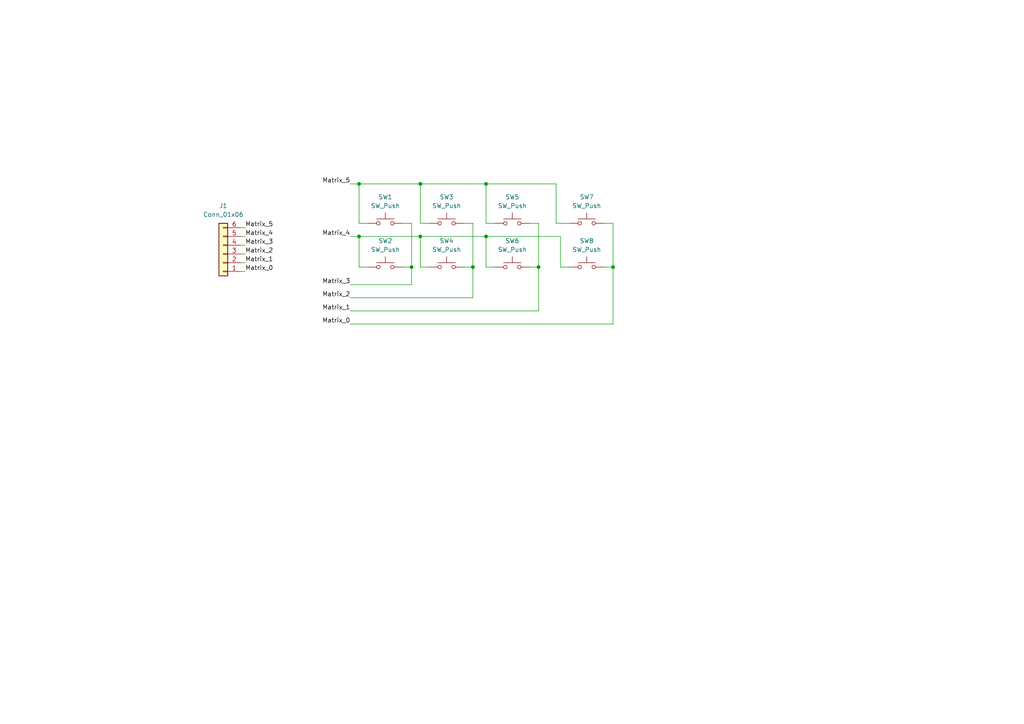
<source format=kicad_sch>
(kicad_sch
	(version 20250114)
	(generator "eeschema")
	(generator_version "9.0")
	(uuid "a302c8aa-20c9-488e-83e2-ac0ac2132f3d")
	(paper "A4")
	(lib_symbols
		(symbol "Connector_Generic:Conn_01x06"
			(pin_names
				(offset 1.016)
				(hide yes)
			)
			(exclude_from_sim no)
			(in_bom yes)
			(on_board yes)
			(property "Reference" "J"
				(at 0 7.62 0)
				(effects
					(font
						(size 1.27 1.27)
					)
				)
			)
			(property "Value" "Conn_01x06"
				(at 0 -10.16 0)
				(effects
					(font
						(size 1.27 1.27)
					)
				)
			)
			(property "Footprint" ""
				(at 0 0 0)
				(effects
					(font
						(size 1.27 1.27)
					)
					(hide yes)
				)
			)
			(property "Datasheet" "~"
				(at 0 0 0)
				(effects
					(font
						(size 1.27 1.27)
					)
					(hide yes)
				)
			)
			(property "Description" "Generic connector, single row, 01x06, script generated (kicad-library-utils/schlib/autogen/connector/)"
				(at 0 0 0)
				(effects
					(font
						(size 1.27 1.27)
					)
					(hide yes)
				)
			)
			(property "ki_keywords" "connector"
				(at 0 0 0)
				(effects
					(font
						(size 1.27 1.27)
					)
					(hide yes)
				)
			)
			(property "ki_fp_filters" "Connector*:*_1x??_*"
				(at 0 0 0)
				(effects
					(font
						(size 1.27 1.27)
					)
					(hide yes)
				)
			)
			(symbol "Conn_01x06_1_1"
				(rectangle
					(start -1.27 6.35)
					(end 1.27 -8.89)
					(stroke
						(width 0.254)
						(type default)
					)
					(fill
						(type background)
					)
				)
				(rectangle
					(start -1.27 5.207)
					(end 0 4.953)
					(stroke
						(width 0.1524)
						(type default)
					)
					(fill
						(type none)
					)
				)
				(rectangle
					(start -1.27 2.667)
					(end 0 2.413)
					(stroke
						(width 0.1524)
						(type default)
					)
					(fill
						(type none)
					)
				)
				(rectangle
					(start -1.27 0.127)
					(end 0 -0.127)
					(stroke
						(width 0.1524)
						(type default)
					)
					(fill
						(type none)
					)
				)
				(rectangle
					(start -1.27 -2.413)
					(end 0 -2.667)
					(stroke
						(width 0.1524)
						(type default)
					)
					(fill
						(type none)
					)
				)
				(rectangle
					(start -1.27 -4.953)
					(end 0 -5.207)
					(stroke
						(width 0.1524)
						(type default)
					)
					(fill
						(type none)
					)
				)
				(rectangle
					(start -1.27 -7.493)
					(end 0 -7.747)
					(stroke
						(width 0.1524)
						(type default)
					)
					(fill
						(type none)
					)
				)
				(pin passive line
					(at -5.08 5.08 0)
					(length 3.81)
					(name "Pin_1"
						(effects
							(font
								(size 1.27 1.27)
							)
						)
					)
					(number "1"
						(effects
							(font
								(size 1.27 1.27)
							)
						)
					)
				)
				(pin passive line
					(at -5.08 2.54 0)
					(length 3.81)
					(name "Pin_2"
						(effects
							(font
								(size 1.27 1.27)
							)
						)
					)
					(number "2"
						(effects
							(font
								(size 1.27 1.27)
							)
						)
					)
				)
				(pin passive line
					(at -5.08 0 0)
					(length 3.81)
					(name "Pin_3"
						(effects
							(font
								(size 1.27 1.27)
							)
						)
					)
					(number "3"
						(effects
							(font
								(size 1.27 1.27)
							)
						)
					)
				)
				(pin passive line
					(at -5.08 -2.54 0)
					(length 3.81)
					(name "Pin_4"
						(effects
							(font
								(size 1.27 1.27)
							)
						)
					)
					(number "4"
						(effects
							(font
								(size 1.27 1.27)
							)
						)
					)
				)
				(pin passive line
					(at -5.08 -5.08 0)
					(length 3.81)
					(name "Pin_5"
						(effects
							(font
								(size 1.27 1.27)
							)
						)
					)
					(number "5"
						(effects
							(font
								(size 1.27 1.27)
							)
						)
					)
				)
				(pin passive line
					(at -5.08 -7.62 0)
					(length 3.81)
					(name "Pin_6"
						(effects
							(font
								(size 1.27 1.27)
							)
						)
					)
					(number "6"
						(effects
							(font
								(size 1.27 1.27)
							)
						)
					)
				)
			)
			(embedded_fonts no)
		)
		(symbol "Switch:SW_Push"
			(pin_numbers
				(hide yes)
			)
			(pin_names
				(offset 1.016)
				(hide yes)
			)
			(exclude_from_sim no)
			(in_bom yes)
			(on_board yes)
			(property "Reference" "SW"
				(at 1.27 2.54 0)
				(effects
					(font
						(size 1.27 1.27)
					)
					(justify left)
				)
			)
			(property "Value" "SW_Push"
				(at 0 -1.524 0)
				(effects
					(font
						(size 1.27 1.27)
					)
				)
			)
			(property "Footprint" ""
				(at 0 5.08 0)
				(effects
					(font
						(size 1.27 1.27)
					)
					(hide yes)
				)
			)
			(property "Datasheet" "~"
				(at 0 5.08 0)
				(effects
					(font
						(size 1.27 1.27)
					)
					(hide yes)
				)
			)
			(property "Description" "Push button switch, generic, two pins"
				(at 0 0 0)
				(effects
					(font
						(size 1.27 1.27)
					)
					(hide yes)
				)
			)
			(property "ki_keywords" "switch normally-open pushbutton push-button"
				(at 0 0 0)
				(effects
					(font
						(size 1.27 1.27)
					)
					(hide yes)
				)
			)
			(symbol "SW_Push_0_1"
				(circle
					(center -2.032 0)
					(radius 0.508)
					(stroke
						(width 0)
						(type default)
					)
					(fill
						(type none)
					)
				)
				(polyline
					(pts
						(xy 0 1.27) (xy 0 3.048)
					)
					(stroke
						(width 0)
						(type default)
					)
					(fill
						(type none)
					)
				)
				(circle
					(center 2.032 0)
					(radius 0.508)
					(stroke
						(width 0)
						(type default)
					)
					(fill
						(type none)
					)
				)
				(polyline
					(pts
						(xy 2.54 1.27) (xy -2.54 1.27)
					)
					(stroke
						(width 0)
						(type default)
					)
					(fill
						(type none)
					)
				)
				(pin passive line
					(at -5.08 0 0)
					(length 2.54)
					(name "1"
						(effects
							(font
								(size 1.27 1.27)
							)
						)
					)
					(number "1"
						(effects
							(font
								(size 1.27 1.27)
							)
						)
					)
				)
				(pin passive line
					(at 5.08 0 180)
					(length 2.54)
					(name "2"
						(effects
							(font
								(size 1.27 1.27)
							)
						)
					)
					(number "2"
						(effects
							(font
								(size 1.27 1.27)
							)
						)
					)
				)
			)
			(embedded_fonts no)
		)
	)
	(junction
		(at 119.38 77.47)
		(diameter 0)
		(color 0 0 0 0)
		(uuid "0b57b647-bccc-46ff-8531-fdb82830e19c")
	)
	(junction
		(at 121.92 53.34)
		(diameter 0)
		(color 0 0 0 0)
		(uuid "1dc3ae0c-7cd3-4e5c-8b6d-c62736e5be3c")
	)
	(junction
		(at 140.97 68.58)
		(diameter 0)
		(color 0 0 0 0)
		(uuid "228c2d8b-fae0-4189-8766-c9fc8cc109d9")
	)
	(junction
		(at 140.97 53.34)
		(diameter 0)
		(color 0 0 0 0)
		(uuid "28192c8d-2278-46f7-90f7-4e4a11488aee")
	)
	(junction
		(at 137.16 77.47)
		(diameter 0)
		(color 0 0 0 0)
		(uuid "836b3f6f-751e-4d91-8d54-cbef7eb4481a")
	)
	(junction
		(at 104.14 53.34)
		(diameter 0)
		(color 0 0 0 0)
		(uuid "c070d40c-716b-4dc4-9fa6-5a6244eb2471")
	)
	(junction
		(at 104.14 68.58)
		(diameter 0)
		(color 0 0 0 0)
		(uuid "ce6a98e2-e5ae-445b-b3ca-765f00ae531f")
	)
	(junction
		(at 177.8 77.47)
		(diameter 0)
		(color 0 0 0 0)
		(uuid "d6dbd92f-d9e7-4f0e-b802-876a9cff662d")
	)
	(junction
		(at 121.92 68.58)
		(diameter 0)
		(color 0 0 0 0)
		(uuid "f9c2d7d7-dba9-4afa-b8db-57e68bc6dc58")
	)
	(junction
		(at 156.21 77.47)
		(diameter 0)
		(color 0 0 0 0)
		(uuid "fd668644-52aa-4c8e-bfff-c6eb4e3ceb3d")
	)
	(wire
		(pts
			(xy 137.16 86.36) (xy 137.16 77.47)
		)
		(stroke
			(width 0)
			(type default)
		)
		(uuid "060a21e4-8167-411d-ae4b-793e8a244754")
	)
	(wire
		(pts
			(xy 71.12 66.04) (xy 69.85 66.04)
		)
		(stroke
			(width 0)
			(type default)
		)
		(uuid "0a8a7dc1-3e24-4bb4-84a6-c236653197c1")
	)
	(wire
		(pts
			(xy 124.46 64.77) (xy 121.92 64.77)
		)
		(stroke
			(width 0)
			(type default)
		)
		(uuid "1a425857-0d73-49e2-879c-21062def882b")
	)
	(wire
		(pts
			(xy 156.21 77.47) (xy 156.21 90.17)
		)
		(stroke
			(width 0)
			(type default)
		)
		(uuid "1abb8067-35a4-410e-93cb-5be30855ad55")
	)
	(wire
		(pts
			(xy 177.8 64.77) (xy 177.8 77.47)
		)
		(stroke
			(width 0)
			(type default)
		)
		(uuid "1ad4ea48-c246-4034-8e70-84ac5680593c")
	)
	(wire
		(pts
			(xy 143.51 77.47) (xy 140.97 77.47)
		)
		(stroke
			(width 0)
			(type default)
		)
		(uuid "25124c43-3308-405c-876d-88f34ffeb2f7")
	)
	(wire
		(pts
			(xy 124.46 77.47) (xy 121.92 77.47)
		)
		(stroke
			(width 0)
			(type default)
		)
		(uuid "2b2f9f87-eee2-47bb-854a-984a22dab0a0")
	)
	(wire
		(pts
			(xy 137.16 64.77) (xy 137.16 77.47)
		)
		(stroke
			(width 0)
			(type default)
		)
		(uuid "2b6ab4d6-c379-42e6-b946-a36f69a16d32")
	)
	(wire
		(pts
			(xy 177.8 93.98) (xy 177.8 77.47)
		)
		(stroke
			(width 0)
			(type default)
		)
		(uuid "2d501745-c180-4cdd-8d1a-9b1e0c585331")
	)
	(wire
		(pts
			(xy 104.14 68.58) (xy 121.92 68.58)
		)
		(stroke
			(width 0)
			(type default)
		)
		(uuid "2dad9bc3-9153-49c7-97bc-3cce481544a3")
	)
	(wire
		(pts
			(xy 71.12 78.74) (xy 69.85 78.74)
		)
		(stroke
			(width 0)
			(type default)
		)
		(uuid "3417320c-417c-47a5-80a2-6c9d728fa38a")
	)
	(wire
		(pts
			(xy 156.21 64.77) (xy 156.21 77.47)
		)
		(stroke
			(width 0)
			(type default)
		)
		(uuid "3c671685-f305-4ad6-8e24-7e694c652dc3")
	)
	(wire
		(pts
			(xy 165.1 64.77) (xy 161.29 64.77)
		)
		(stroke
			(width 0)
			(type default)
		)
		(uuid "43ec49e6-c1f9-4b52-b1ab-a75fafeba67e")
	)
	(wire
		(pts
			(xy 161.29 53.34) (xy 140.97 53.34)
		)
		(stroke
			(width 0)
			(type default)
		)
		(uuid "471b59f3-1e07-48c5-a5ad-308b7d1f2279")
	)
	(wire
		(pts
			(xy 134.62 64.77) (xy 137.16 64.77)
		)
		(stroke
			(width 0)
			(type default)
		)
		(uuid "6ac5dd35-cf23-438b-ba7c-4c5fe1074b68")
	)
	(wire
		(pts
			(xy 71.12 73.66) (xy 69.85 73.66)
		)
		(stroke
			(width 0)
			(type default)
		)
		(uuid "70e6e6d6-e603-4159-a123-89ccfacb9da9")
	)
	(wire
		(pts
			(xy 101.6 90.17) (xy 156.21 90.17)
		)
		(stroke
			(width 0)
			(type default)
		)
		(uuid "78c0e4ee-74b5-4ce5-aba7-612cd4ab6c97")
	)
	(wire
		(pts
			(xy 121.92 68.58) (xy 140.97 68.58)
		)
		(stroke
			(width 0)
			(type default)
		)
		(uuid "7917f143-9a3e-4a4b-b0a4-9e65c2ed5667")
	)
	(wire
		(pts
			(xy 119.38 82.55) (xy 119.38 77.47)
		)
		(stroke
			(width 0)
			(type default)
		)
		(uuid "7d29c550-53df-4ced-b310-60b04b6bff15")
	)
	(wire
		(pts
			(xy 101.6 68.58) (xy 104.14 68.58)
		)
		(stroke
			(width 0)
			(type default)
		)
		(uuid "7f96e8b7-a60d-4a01-99c5-853a29cc1029")
	)
	(wire
		(pts
			(xy 101.6 93.98) (xy 177.8 93.98)
		)
		(stroke
			(width 0)
			(type default)
		)
		(uuid "89a0e545-0266-4751-8ece-33a1f51f08ae")
	)
	(wire
		(pts
			(xy 101.6 82.55) (xy 119.38 82.55)
		)
		(stroke
			(width 0)
			(type default)
		)
		(uuid "a311df71-f92a-4153-9219-8983d4283492")
	)
	(wire
		(pts
			(xy 121.92 77.47) (xy 121.92 68.58)
		)
		(stroke
			(width 0)
			(type default)
		)
		(uuid "a37b8a51-36f6-4a7f-b954-43f523b94e5f")
	)
	(wire
		(pts
			(xy 71.12 71.12) (xy 69.85 71.12)
		)
		(stroke
			(width 0)
			(type default)
		)
		(uuid "a4688fa5-b87e-4cc3-bb2e-4cdd67cf45fd")
	)
	(wire
		(pts
			(xy 175.26 64.77) (xy 177.8 64.77)
		)
		(stroke
			(width 0)
			(type default)
		)
		(uuid "accd8731-e71e-4efd-b5e8-1289de76cbb1")
	)
	(wire
		(pts
			(xy 119.38 64.77) (xy 119.38 77.47)
		)
		(stroke
			(width 0)
			(type default)
		)
		(uuid "b37a7b28-d4ee-4fb3-bef9-9497be742661")
	)
	(wire
		(pts
			(xy 104.14 53.34) (xy 104.14 64.77)
		)
		(stroke
			(width 0)
			(type default)
		)
		(uuid "b5bd6020-8a0d-4995-a3bc-da5e4438d050")
	)
	(wire
		(pts
			(xy 140.97 77.47) (xy 140.97 68.58)
		)
		(stroke
			(width 0)
			(type default)
		)
		(uuid "b5c6199c-ad18-4479-b014-9fc7f4523ac5")
	)
	(wire
		(pts
			(xy 153.67 64.77) (xy 156.21 64.77)
		)
		(stroke
			(width 0)
			(type default)
		)
		(uuid "b7bb8491-615b-466a-b2a3-7adf7f594f1f")
	)
	(wire
		(pts
			(xy 104.14 77.47) (xy 104.14 68.58)
		)
		(stroke
			(width 0)
			(type default)
		)
		(uuid "b8341d41-a4da-4fe8-9cd2-7d9c80791de4")
	)
	(wire
		(pts
			(xy 156.21 77.47) (xy 153.67 77.47)
		)
		(stroke
			(width 0)
			(type default)
		)
		(uuid "b915c669-063e-4172-a21e-b12405a5de29")
	)
	(wire
		(pts
			(xy 161.29 64.77) (xy 161.29 53.34)
		)
		(stroke
			(width 0)
			(type default)
		)
		(uuid "b9ba378a-47a4-4751-b2f5-16ec1b6fb08c")
	)
	(wire
		(pts
			(xy 137.16 77.47) (xy 134.62 77.47)
		)
		(stroke
			(width 0)
			(type default)
		)
		(uuid "c2f7c9d1-5c7f-47bb-8a9b-1fc52e70b0f9")
	)
	(wire
		(pts
			(xy 101.6 53.34) (xy 104.14 53.34)
		)
		(stroke
			(width 0)
			(type default)
		)
		(uuid "c4b8331f-bfd7-4348-a348-03decb14b389")
	)
	(wire
		(pts
			(xy 71.12 68.58) (xy 69.85 68.58)
		)
		(stroke
			(width 0)
			(type default)
		)
		(uuid "c5de1b09-4087-4cdd-bb8f-48670148493a")
	)
	(wire
		(pts
			(xy 104.14 64.77) (xy 106.68 64.77)
		)
		(stroke
			(width 0)
			(type default)
		)
		(uuid "c845737a-9edd-4bc2-a3de-d469b075cd20")
	)
	(wire
		(pts
			(xy 162.56 77.47) (xy 165.1 77.47)
		)
		(stroke
			(width 0)
			(type default)
		)
		(uuid "c885a5bb-f4b3-49f3-9f20-58155df71b3d")
	)
	(wire
		(pts
			(xy 143.51 64.77) (xy 140.97 64.77)
		)
		(stroke
			(width 0)
			(type default)
		)
		(uuid "cb7e878a-d391-4e9b-bf0e-e1eef840a2d9")
	)
	(wire
		(pts
			(xy 119.38 77.47) (xy 116.84 77.47)
		)
		(stroke
			(width 0)
			(type default)
		)
		(uuid "d0432152-d8f7-407b-8c09-9977b6247fb6")
	)
	(wire
		(pts
			(xy 140.97 64.77) (xy 140.97 53.34)
		)
		(stroke
			(width 0)
			(type default)
		)
		(uuid "d0b29ecb-2646-4276-8439-a1075ba60968")
	)
	(wire
		(pts
			(xy 162.56 68.58) (xy 162.56 77.47)
		)
		(stroke
			(width 0)
			(type default)
		)
		(uuid "d330621a-8760-45c8-96da-43e36f1964d7")
	)
	(wire
		(pts
			(xy 121.92 53.34) (xy 104.14 53.34)
		)
		(stroke
			(width 0)
			(type default)
		)
		(uuid "d4461bc8-edff-4eae-9a7e-cec4ac086ae6")
	)
	(wire
		(pts
			(xy 121.92 64.77) (xy 121.92 53.34)
		)
		(stroke
			(width 0)
			(type default)
		)
		(uuid "d9695b6f-c09d-4179-bb2f-801611d6016c")
	)
	(wire
		(pts
			(xy 177.8 77.47) (xy 175.26 77.47)
		)
		(stroke
			(width 0)
			(type default)
		)
		(uuid "d994a263-0d38-45fa-b1a9-d899b5b5389e")
	)
	(wire
		(pts
			(xy 116.84 64.77) (xy 119.38 64.77)
		)
		(stroke
			(width 0)
			(type default)
		)
		(uuid "ebdce8d5-043b-4a0e-aaa2-8b4a94cc2761")
	)
	(wire
		(pts
			(xy 71.12 76.2) (xy 69.85 76.2)
		)
		(stroke
			(width 0)
			(type default)
		)
		(uuid "ec3353d2-648d-4897-95aa-a86739d8618c")
	)
	(wire
		(pts
			(xy 140.97 53.34) (xy 121.92 53.34)
		)
		(stroke
			(width 0)
			(type default)
		)
		(uuid "ef8a62da-e7e1-46ad-bd83-dd2da5683441")
	)
	(wire
		(pts
			(xy 101.6 86.36) (xy 137.16 86.36)
		)
		(stroke
			(width 0)
			(type default)
		)
		(uuid "ef996fbe-b8de-42ff-bb01-73308fd45fae")
	)
	(wire
		(pts
			(xy 106.68 77.47) (xy 104.14 77.47)
		)
		(stroke
			(width 0)
			(type default)
		)
		(uuid "f6a4cf36-faab-4acd-9aa0-58fab1307b40")
	)
	(wire
		(pts
			(xy 140.97 68.58) (xy 162.56 68.58)
		)
		(stroke
			(width 0)
			(type default)
		)
		(uuid "fb0a4cfb-fa79-4088-8061-fab43a26cf1b")
	)
	(label "Matrix_0"
		(at 101.6 93.98 180)
		(effects
			(font
				(size 1.27 1.27)
			)
			(justify right bottom)
		)
		(uuid "0d140af8-3226-45a0-becb-ed43faa74ff0")
	)
	(label "Matrix_4"
		(at 101.6 68.58 180)
		(effects
			(font
				(size 1.27 1.27)
			)
			(justify right bottom)
		)
		(uuid "35e4d9df-3021-499a-af54-c45119ac0e4f")
	)
	(label "Matrix_4"
		(at 71.12 68.58 0)
		(effects
			(font
				(size 1.27 1.27)
			)
			(justify left bottom)
		)
		(uuid "3e501587-80c0-4bfb-bcde-6ddd23061cd3")
	)
	(label "Matrix_3"
		(at 71.12 71.12 0)
		(effects
			(font
				(size 1.27 1.27)
			)
			(justify left bottom)
		)
		(uuid "47e48d49-12c7-4297-b59f-0f63d281dedd")
	)
	(label "Matrix_5"
		(at 71.12 66.04 0)
		(effects
			(font
				(size 1.27 1.27)
			)
			(justify left bottom)
		)
		(uuid "6749f630-23b4-426f-b2c7-312673814e17")
	)
	(label "Matrix_5"
		(at 101.6 53.34 180)
		(effects
			(font
				(size 1.27 1.27)
			)
			(justify right bottom)
		)
		(uuid "8274c49b-0fd9-4fe1-80e0-f11be6467138")
	)
	(label "Matrix_3"
		(at 101.6 82.55 180)
		(effects
			(font
				(size 1.27 1.27)
			)
			(justify right bottom)
		)
		(uuid "8b2f3303-8243-4e35-b2f0-237be100f4f0")
	)
	(label "Matrix_2"
		(at 71.12 73.66 0)
		(effects
			(font
				(size 1.27 1.27)
			)
			(justify left bottom)
		)
		(uuid "920b9f73-6423-4a63-8a7e-6bbc756c6b0e")
	)
	(label "Matrix_2"
		(at 101.6 86.36 180)
		(effects
			(font
				(size 1.27 1.27)
			)
			(justify right bottom)
		)
		(uuid "9d17e69f-46f1-443b-802f-e9a01a6664c7")
	)
	(label "Matrix_1"
		(at 101.6 90.17 180)
		(effects
			(font
				(size 1.27 1.27)
			)
			(justify right bottom)
		)
		(uuid "c1a1a6c7-9700-409c-851d-1fa9bdf17c5c")
	)
	(label "Matrix_1"
		(at 71.12 76.2 0)
		(effects
			(font
				(size 1.27 1.27)
			)
			(justify left bottom)
		)
		(uuid "da085e97-527d-4a32-a8f2-a4caad402251")
	)
	(label "Matrix_0"
		(at 71.12 78.74 0)
		(effects
			(font
				(size 1.27 1.27)
			)
			(justify left bottom)
		)
		(uuid "f5391be9-65d7-431a-964e-8d961c0e8e02")
	)
	(symbol
		(lib_id "Switch:SW_Push")
		(at 111.76 77.47 0)
		(unit 1)
		(exclude_from_sim no)
		(in_bom yes)
		(on_board yes)
		(dnp no)
		(fields_autoplaced yes)
		(uuid "2399e96d-4043-4382-b36b-712745b6f41c")
		(property "Reference" "SW2"
			(at 111.76 69.85 0)
			(effects
				(font
					(size 1.27 1.27)
				)
			)
		)
		(property "Value" "SW_Push"
			(at 111.76 72.39 0)
			(effects
				(font
					(size 1.27 1.27)
				)
			)
		)
		(property "Footprint" "Button_Switch_THT:SW_PUSH_6mm"
			(at 111.76 72.39 0)
			(effects
				(font
					(size 1.27 1.27)
				)
				(hide yes)
			)
		)
		(property "Datasheet" "~"
			(at 111.76 72.39 0)
			(effects
				(font
					(size 1.27 1.27)
				)
				(hide yes)
			)
		)
		(property "Description" "Push button switch, generic, two pins"
			(at 111.76 77.47 0)
			(effects
				(font
					(size 1.27 1.27)
				)
				(hide yes)
			)
		)
		(pin "1"
			(uuid "e1a45c33-9bd1-4ee2-878a-b08a6acf18d7")
		)
		(pin "2"
			(uuid "08cf1f86-c14d-40dd-9723-06408183b0a9")
		)
		(instances
			(project "PCB_Integradora"
				(path "/e60c11d9-ab9e-4760-a4a7-008fcec65a72/a1acc572-d1ac-4446-af25-063a17ee1a88"
					(reference "SW2")
					(unit 1)
				)
			)
		)
	)
	(symbol
		(lib_id "Switch:SW_Push")
		(at 170.18 77.47 0)
		(unit 1)
		(exclude_from_sim no)
		(in_bom yes)
		(on_board yes)
		(dnp no)
		(fields_autoplaced yes)
		(uuid "43c2a499-e01c-466f-8016-347f1d5ec9f7")
		(property "Reference" "SW8"
			(at 170.18 69.85 0)
			(effects
				(font
					(size 1.27 1.27)
				)
			)
		)
		(property "Value" "SW_Push"
			(at 170.18 72.39 0)
			(effects
				(font
					(size 1.27 1.27)
				)
			)
		)
		(property "Footprint" "Button_Switch_THT:SW_PUSH_6mm"
			(at 170.18 72.39 0)
			(effects
				(font
					(size 1.27 1.27)
				)
				(hide yes)
			)
		)
		(property "Datasheet" "~"
			(at 170.18 72.39 0)
			(effects
				(font
					(size 1.27 1.27)
				)
				(hide yes)
			)
		)
		(property "Description" "Push button switch, generic, two pins"
			(at 170.18 77.47 0)
			(effects
				(font
					(size 1.27 1.27)
				)
				(hide yes)
			)
		)
		(pin "1"
			(uuid "80e4a583-7389-4323-8c8e-368eaca26afe")
		)
		(pin "2"
			(uuid "e111c367-c4e7-4691-8386-87440817f55c")
		)
		(instances
			(project "PCB_Integradora"
				(path "/e60c11d9-ab9e-4760-a4a7-008fcec65a72/a1acc572-d1ac-4446-af25-063a17ee1a88"
					(reference "SW8")
					(unit 1)
				)
			)
		)
	)
	(symbol
		(lib_id "Switch:SW_Push")
		(at 129.54 77.47 0)
		(unit 1)
		(exclude_from_sim no)
		(in_bom yes)
		(on_board yes)
		(dnp no)
		(fields_autoplaced yes)
		(uuid "57ee2fdc-e9cd-4ee1-aaf3-3cbb1c13f53f")
		(property "Reference" "SW4"
			(at 129.54 69.85 0)
			(effects
				(font
					(size 1.27 1.27)
				)
			)
		)
		(property "Value" "SW_Push"
			(at 129.54 72.39 0)
			(effects
				(font
					(size 1.27 1.27)
				)
			)
		)
		(property "Footprint" "Button_Switch_THT:SW_PUSH_6mm"
			(at 129.54 72.39 0)
			(effects
				(font
					(size 1.27 1.27)
				)
				(hide yes)
			)
		)
		(property "Datasheet" "~"
			(at 129.54 72.39 0)
			(effects
				(font
					(size 1.27 1.27)
				)
				(hide yes)
			)
		)
		(property "Description" "Push button switch, generic, two pins"
			(at 129.54 77.47 0)
			(effects
				(font
					(size 1.27 1.27)
				)
				(hide yes)
			)
		)
		(pin "1"
			(uuid "7f7242d0-eaed-4410-882d-a44e3cb13d65")
		)
		(pin "2"
			(uuid "3e3a729f-32e0-4e95-b283-d77f305cade6")
		)
		(instances
			(project "PCB_Integradora"
				(path "/e60c11d9-ab9e-4760-a4a7-008fcec65a72/a1acc572-d1ac-4446-af25-063a17ee1a88"
					(reference "SW4")
					(unit 1)
				)
			)
		)
	)
	(symbol
		(lib_id "Connector_Generic:Conn_01x06")
		(at 64.77 73.66 180)
		(unit 1)
		(exclude_from_sim no)
		(in_bom yes)
		(on_board yes)
		(dnp no)
		(fields_autoplaced yes)
		(uuid "5fe0ab56-0670-4bd4-a4e3-fd1df49d684c")
		(property "Reference" "J1"
			(at 64.77 59.69 0)
			(effects
				(font
					(size 1.27 1.27)
				)
			)
		)
		(property "Value" "Conn_01x06"
			(at 64.77 62.23 0)
			(effects
				(font
					(size 1.27 1.27)
				)
			)
		)
		(property "Footprint" "Connector_PinHeader_2.54mm:PinHeader_1x06_P2.54mm_Horizontal"
			(at 64.77 73.66 0)
			(effects
				(font
					(size 1.27 1.27)
				)
				(hide yes)
			)
		)
		(property "Datasheet" "~"
			(at 64.77 73.66 0)
			(effects
				(font
					(size 1.27 1.27)
				)
				(hide yes)
			)
		)
		(property "Description" "Generic connector, single row, 01x06, script generated (kicad-library-utils/schlib/autogen/connector/)"
			(at 64.77 73.66 0)
			(effects
				(font
					(size 1.27 1.27)
				)
				(hide yes)
			)
		)
		(pin "1"
			(uuid "43e307a0-e1e9-4c8e-a3ff-bdcd8a30006d")
		)
		(pin "3"
			(uuid "5b860aa6-cb7a-4517-a045-cf20dae9d678")
		)
		(pin "5"
			(uuid "c7c6ec2d-9019-4166-a20c-09a78e2a6711")
		)
		(pin "2"
			(uuid "c1d07bf7-78ef-494a-ab7f-b503cf4cc6a7")
		)
		(pin "4"
			(uuid "16fdd46f-411e-4eec-a4fa-ffe1c9cf223e")
		)
		(pin "6"
			(uuid "b4631d72-cb45-4814-83fd-86108fd188cd")
		)
		(instances
			(project ""
				(path "/e60c11d9-ab9e-4760-a4a7-008fcec65a72/a1acc572-d1ac-4446-af25-063a17ee1a88"
					(reference "J1")
					(unit 1)
				)
			)
		)
	)
	(symbol
		(lib_id "Switch:SW_Push")
		(at 170.18 64.77 0)
		(unit 1)
		(exclude_from_sim no)
		(in_bom yes)
		(on_board yes)
		(dnp no)
		(fields_autoplaced yes)
		(uuid "6221a3a9-22cf-44ff-9a75-dc6cc88c1db2")
		(property "Reference" "SW7"
			(at 170.18 57.15 0)
			(effects
				(font
					(size 1.27 1.27)
				)
			)
		)
		(property "Value" "SW_Push"
			(at 170.18 59.69 0)
			(effects
				(font
					(size 1.27 1.27)
				)
			)
		)
		(property "Footprint" "Button_Switch_THT:SW_PUSH_6mm"
			(at 170.18 59.69 0)
			(effects
				(font
					(size 1.27 1.27)
				)
				(hide yes)
			)
		)
		(property "Datasheet" "~"
			(at 170.18 59.69 0)
			(effects
				(font
					(size 1.27 1.27)
				)
				(hide yes)
			)
		)
		(property "Description" "Push button switch, generic, two pins"
			(at 170.18 64.77 0)
			(effects
				(font
					(size 1.27 1.27)
				)
				(hide yes)
			)
		)
		(pin "1"
			(uuid "66c52d85-8ddf-4ab6-9ab7-4d41494af80b")
		)
		(pin "2"
			(uuid "6ee6b8e4-a9be-4f9d-9765-4b76c3378153")
		)
		(instances
			(project "PCB_Integradora"
				(path "/e60c11d9-ab9e-4760-a4a7-008fcec65a72/a1acc572-d1ac-4446-af25-063a17ee1a88"
					(reference "SW7")
					(unit 1)
				)
			)
		)
	)
	(symbol
		(lib_id "Switch:SW_Push")
		(at 129.54 64.77 0)
		(unit 1)
		(exclude_from_sim no)
		(in_bom yes)
		(on_board yes)
		(dnp no)
		(fields_autoplaced yes)
		(uuid "72a5ace1-bb06-4b04-82b9-00078d1ddaf1")
		(property "Reference" "SW3"
			(at 129.54 57.15 0)
			(effects
				(font
					(size 1.27 1.27)
				)
			)
		)
		(property "Value" "SW_Push"
			(at 129.54 59.69 0)
			(effects
				(font
					(size 1.27 1.27)
				)
			)
		)
		(property "Footprint" "Button_Switch_THT:SW_PUSH_6mm"
			(at 129.54 59.69 0)
			(effects
				(font
					(size 1.27 1.27)
				)
				(hide yes)
			)
		)
		(property "Datasheet" "~"
			(at 129.54 59.69 0)
			(effects
				(font
					(size 1.27 1.27)
				)
				(hide yes)
			)
		)
		(property "Description" "Push button switch, generic, two pins"
			(at 129.54 64.77 0)
			(effects
				(font
					(size 1.27 1.27)
				)
				(hide yes)
			)
		)
		(pin "1"
			(uuid "3c17acc1-13de-41e1-9fea-b79db551ad56")
		)
		(pin "2"
			(uuid "e2abb697-1933-487e-a758-ef7b8d9e7453")
		)
		(instances
			(project ""
				(path "/e60c11d9-ab9e-4760-a4a7-008fcec65a72/a1acc572-d1ac-4446-af25-063a17ee1a88"
					(reference "SW3")
					(unit 1)
				)
			)
		)
	)
	(symbol
		(lib_id "Switch:SW_Push")
		(at 111.76 64.77 0)
		(unit 1)
		(exclude_from_sim no)
		(in_bom yes)
		(on_board yes)
		(dnp no)
		(fields_autoplaced yes)
		(uuid "809c4b3a-afc9-4617-84f7-a6e19856d202")
		(property "Reference" "SW1"
			(at 111.76 57.15 0)
			(effects
				(font
					(size 1.27 1.27)
				)
			)
		)
		(property "Value" "SW_Push"
			(at 111.76 59.69 0)
			(effects
				(font
					(size 1.27 1.27)
				)
			)
		)
		(property "Footprint" "Button_Switch_THT:SW_PUSH_6mm"
			(at 111.76 59.69 0)
			(effects
				(font
					(size 1.27 1.27)
				)
				(hide yes)
			)
		)
		(property "Datasheet" "~"
			(at 111.76 59.69 0)
			(effects
				(font
					(size 1.27 1.27)
				)
				(hide yes)
			)
		)
		(property "Description" "Push button switch, generic, two pins"
			(at 111.76 64.77 0)
			(effects
				(font
					(size 1.27 1.27)
				)
				(hide yes)
			)
		)
		(pin "1"
			(uuid "744d80fd-ee50-4653-b337-1cb12c61beb0")
		)
		(pin "2"
			(uuid "da4089b9-6526-4fab-adb1-f91fbbc188a0")
		)
		(instances
			(project "PCB_Integradora"
				(path "/e60c11d9-ab9e-4760-a4a7-008fcec65a72/a1acc572-d1ac-4446-af25-063a17ee1a88"
					(reference "SW1")
					(unit 1)
				)
			)
		)
	)
	(symbol
		(lib_id "Switch:SW_Push")
		(at 148.59 64.77 0)
		(unit 1)
		(exclude_from_sim no)
		(in_bom yes)
		(on_board yes)
		(dnp no)
		(fields_autoplaced yes)
		(uuid "d39e253c-f5b8-422b-95ca-45e252cc6606")
		(property "Reference" "SW5"
			(at 148.59 57.15 0)
			(effects
				(font
					(size 1.27 1.27)
				)
			)
		)
		(property "Value" "SW_Push"
			(at 148.59 59.69 0)
			(effects
				(font
					(size 1.27 1.27)
				)
			)
		)
		(property "Footprint" "Button_Switch_THT:SW_PUSH_6mm"
			(at 148.59 59.69 0)
			(effects
				(font
					(size 1.27 1.27)
				)
				(hide yes)
			)
		)
		(property "Datasheet" "~"
			(at 148.59 59.69 0)
			(effects
				(font
					(size 1.27 1.27)
				)
				(hide yes)
			)
		)
		(property "Description" "Push button switch, generic, two pins"
			(at 148.59 64.77 0)
			(effects
				(font
					(size 1.27 1.27)
				)
				(hide yes)
			)
		)
		(pin "1"
			(uuid "42f63764-baf7-41ed-aec8-927f4ccd00d8")
		)
		(pin "2"
			(uuid "21585520-8c63-48bd-b07c-e9f9f0211546")
		)
		(instances
			(project "PCB_Integradora"
				(path "/e60c11d9-ab9e-4760-a4a7-008fcec65a72/a1acc572-d1ac-4446-af25-063a17ee1a88"
					(reference "SW5")
					(unit 1)
				)
			)
		)
	)
	(symbol
		(lib_id "Switch:SW_Push")
		(at 148.59 77.47 0)
		(unit 1)
		(exclude_from_sim no)
		(in_bom yes)
		(on_board yes)
		(dnp no)
		(fields_autoplaced yes)
		(uuid "f07ce928-8be2-4595-9d16-189a3ba6d6cb")
		(property "Reference" "SW6"
			(at 148.59 69.85 0)
			(effects
				(font
					(size 1.27 1.27)
				)
			)
		)
		(property "Value" "SW_Push"
			(at 148.59 72.39 0)
			(effects
				(font
					(size 1.27 1.27)
				)
			)
		)
		(property "Footprint" "Button_Switch_THT:SW_PUSH_6mm"
			(at 148.59 72.39 0)
			(effects
				(font
					(size 1.27 1.27)
				)
				(hide yes)
			)
		)
		(property "Datasheet" "~"
			(at 148.59 72.39 0)
			(effects
				(font
					(size 1.27 1.27)
				)
				(hide yes)
			)
		)
		(property "Description" "Push button switch, generic, two pins"
			(at 148.59 77.47 0)
			(effects
				(font
					(size 1.27 1.27)
				)
				(hide yes)
			)
		)
		(pin "1"
			(uuid "603d17c6-5aa5-4413-bcf1-3add47ecd59e")
		)
		(pin "2"
			(uuid "3daa0405-6dd7-4133-9259-6407b5bec35d")
		)
		(instances
			(project "PCB_Integradora"
				(path "/e60c11d9-ab9e-4760-a4a7-008fcec65a72/a1acc572-d1ac-4446-af25-063a17ee1a88"
					(reference "SW6")
					(unit 1)
				)
			)
		)
	)
)

</source>
